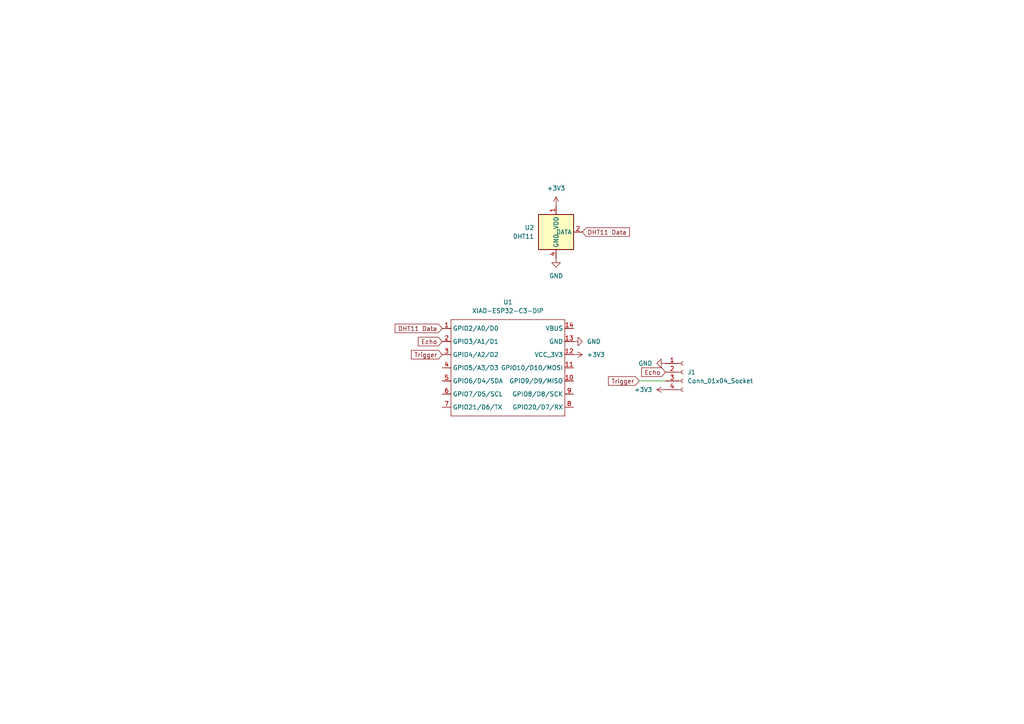
<source format=kicad_sch>
(kicad_sch (version 20250114) (generator "eeschema") (generator_version "9.0")
  (paper "A4")
  (lib_symbols
    (symbol "Connector:Conn_01x04_Socket" (pin_names (offset 1.016) (hide yes))
      (property "Reference" "J" (at 0 5.08 0))
      (property "Value" "Conn_01x04_Socket" (at 0 -7.62 0))
      (symbol "Conn_01x04_Socket_1_1"
        (polyline (pts (xy -1.27 2.54) (xy -0.508 2.54)) (stroke (width 0.1524)))
        (polyline (pts (xy -1.27 0) (xy -0.508 0)) (stroke (width 0.1524)))
        (polyline (pts (xy -1.27 -2.54) (xy -0.508 -2.54)) (stroke (width 0.1524)))
        (polyline (pts (xy -1.27 -5.08) (xy -0.508 -5.08)) (stroke (width 0.1524)))
        (arc (start 0 2.032) (mid -0.5058 2.54) (end 0 3.048) (stroke (width 0.1524)))
        (arc (start 0 -0.508) (mid -0.5058 0) (end 0 0.508) (stroke (width 0.1524)))
        (arc (start 0 -3.048) (mid -0.5058 -2.54) (end 0 -2.032) (stroke (width 0.1524)))
        (arc (start 0 -5.588) (mid -0.5058 -5.08) (end 0 -4.572) (stroke (width 0.1524)))
        (pin passive line (at -5.08 2.54 0) (length 3.81) (name "Pin_1") (number "1"))
        (pin passive line (at -5.08 0 0) (length 3.81) (name "Pin_2") (number "2"))
        (pin passive line (at -5.08 -2.54 0) (length 3.81) (name "Pin_3") (number "3"))
        (pin passive line (at -5.08 -5.08 0) (length 3.81) (name "Pin_4") (number "4"))
      )
    )
    (symbol "Sensor:DHT11"
      (property "Reference" "U" (at -3.81 6.35 0))
      (property "Value" "DHT11" (at 3.81 6.35 0))
      (symbol "DHT11_0_1"
        (rectangle (start -5.08 5.08) (end 5.08 -5.08) (stroke (width 0.254)) (fill (type background)))
      )
      (symbol "DHT11_1_1"
        (pin no_connect line (at -5.08 0 0) (length 2.54) (hide yes) (name "NC") (number "3"))
        (pin power_in line (at 0 7.62 270) (length 2.54) (name "VDD") (number "1"))
        (pin power_in line (at 0 -7.62 90) (length 2.54) (name "GND") (number "4"))
        (pin bidirectional line (at 7.62 0 180) (length 2.54) (name "DATA") (number "2"))
      )
    )
    (symbol "XIAO:XIAO-ESP32-C3-DIP"
      (property "Reference" "U" (at 1.016 2.794 0))
      (property "Value" "XIAO-ESP32-C3-DIP" (at 7.62 1.016 0))
      (symbol "XIAO-ESP32-C3-DIP_1_0"
        (polyline (pts (xy 0 0) (xy 33.02 0)) (stroke (width 0.1524)))
        (polyline (pts (xy 0 -2.54) (xy -1.27 -2.54)) (stroke (width 0.1524)))
        (polyline (pts (xy 0 -2.54) (xy 0 0)) (stroke (width 0.1524)))
        (polyline (pts (xy 0 -6.35) (xy -1.27 -6.35)) (stroke (width 0.1524)))
        (polyline (pts (xy 0 -6.35) (xy 0 -2.54)) (stroke (width 0.1524)))
        (polyline (pts (xy 0 -10.16) (xy -1.27 -10.16)) (stroke (width 0.1524)))
        (polyline (pts (xy 0 -10.16) (xy 0 -6.35)) (stroke (width 0.1524)))
        (polyline (pts (xy 0 -13.97) (xy -1.27 -13.97)) (stroke (width 0.1524)))
        (polyline (pts (xy 0 -13.97) (xy 0 -10.16)) (stroke (width 0.1524)))
        (polyline (pts (xy 0 -17.78) (xy -1.27 -17.78)) (stroke (width 0.1524)))
        (polyline (pts (xy 0 -21.59) (xy -1.27 -21.59)) (stroke (width 0.1524)))
        (polyline (pts (xy 0 -25.4) (xy -1.27 -25.4)) (stroke (width 0.1524)))
        (polyline (pts (xy 0 -27.94) (xy 0 -13.97)) (stroke (width 0.1524)))
        (polyline (pts (xy 33.02 0) (xy 33.02 -2.54)) (stroke (width 0.1524)))
        (polyline (pts (xy 33.02 -2.54) (xy 33.02 -6.35)) (stroke (width 0.1524)))
        (polyline (pts (xy 33.02 -6.35) (xy 33.02 -10.16)) (stroke (width 0.1524)))
        (polyline (pts (xy 33.02 -10.16) (xy 33.02 -27.94)) (stroke (width 0.1524)))
        (polyline (pts (xy 33.02 -27.94) (xy 0 -27.94)) (stroke (width 0.1524)))
        (polyline (pts (xy 34.29 -2.54) (xy 33.02 -2.54)) (stroke (width 0.1524)))
        (polyline (pts (xy 34.29 -6.35) (xy 33.02 -6.35)) (stroke (width 0.1524)))
        (polyline (pts (xy 34.29 -10.16) (xy 33.02 -10.16)) (stroke (width 0.1524)))
        (polyline (pts (xy 34.29 -13.97) (xy 33.02 -13.97)) (stroke (width 0.1524)))
        (polyline (pts (xy 34.29 -17.78) (xy 33.02 -17.78)) (stroke (width 0.1524)))
        (polyline (pts (xy 34.29 -21.59) (xy 33.02 -21.59)) (stroke (width 0.1524)))
        (polyline (pts (xy 34.29 -25.4) (xy 33.02 -25.4)) (stroke (width 0.1524)))
        (pin passive line (at -2.54 -2.54 0) (length 2.54) (name "GPIO2/A0/D0") (number "1"))
        (pin passive line (at -2.54 -6.35 0) (length 2.54) (name "GPIO3/A1/D1") (number "2"))
        (pin passive line (at -2.54 -10.16 0) (length 2.54) (name "GPIO4/A2/D2") (number "3"))
        (pin passive line (at -2.54 -13.97 0) (length 2.54) (name "GPIO5/A3/D3") (number "4"))
        (pin passive line (at -2.54 -17.78 0) (length 2.54) (name "GPIO6/D4/SDA") (number "5"))
        (pin passive line (at -2.54 -21.59 0) (length 2.54) (name "GPIO7/D5/SCL") (number "6"))
        (pin passive line (at -2.54 -25.4 0) (length 2.54) (name "GPIO21/D6/TX") (number "7"))
        (pin passive line (at 35.56 -2.54 180) (length 2.54) (name "VBUS") (number "14"))
        (pin passive line (at 35.56 -6.35 180) (length 2.54) (name "GND") (number "13"))
        (pin passive line (at 35.56 -10.16 180) (length 2.54) (name "VCC_3V3") (number "12"))
        (pin passive line (at 35.56 -13.97 180) (length 2.54) (name "GPIO10/D10/MOSI") (number "11"))
        (pin passive line (at 35.56 -17.78 180) (length 2.54) (name "GPIO9/D9/MISO") (number "10"))
        (pin passive line (at 35.56 -21.59 180) (length 2.54) (name "GPIO8/D8/SCK") (number "9"))
        (pin passive line (at 35.56 -25.4 180) (length 2.54) (name "GPIO20/D7/RX") (number "8"))
      )
    )
    (symbol "power:+3V3" (power) (pin_numbers (hide yes)) (pin_names (offset 0) (hide yes))
      (property "Value" "+3V3" (at 0 3.556 0))
      (symbol "+3V3_0_1"
        (polyline (pts (xy -0.762 1.27) (xy 0 2.54)))
        (polyline (pts (xy 0 2.54) (xy 0.762 1.27)))
        (polyline (pts (xy 0 0) (xy 0 2.54)))
      )
      (symbol "+3V3_1_1"
        (pin power_in line (at 0 0 90) (length 0) (name "~") (number "1"))
      )
    )
    (symbol "power:GND" (power) (pin_numbers (hide yes)) (pin_names (offset 0) (hide yes))
      (property "Value" "GND" (at 0 -3.81 0))
      (symbol "GND_0_1"
        (polyline (pts (xy 0 0) (xy 0 -1.27) (xy 1.27 -1.27) (xy 0 -2.54) (xy -1.27 -1.27) (xy 0 -1.27)))
      )
      (symbol "GND_1_1"
        (pin power_in line (at 0 0 270) (length 0) (name "~") (number "1"))
      )
    )
  )
  (wire (pts (xy 185.42 110.49) (xy 193.04 110.49)))
  (global_label "DHT11 Data" (shape input) (at 168.91 67.31 0) (property "Intersheetrefs" "${INTERSHEET_REFS}" (effects (hide yes))))
  (global_label "Trigger" (shape input) (at 128.27 102.87 180) (property "Intersheetrefs" "${INTERSHEET_REFS}" (effects (hide yes))))
  (global_label "DHT11 Data" (shape input) (at 128.27 95.25 180) (property "Intersheetrefs" "${INTERSHEET_REFS}" (effects (hide yes))))
  (global_label "Echo" (shape input) (at 128.27 99.06 180) (property "Intersheetrefs" "${INTERSHEET_REFS}" (effects (hide yes))))
  (global_label "Trigger" (shape input) (at 185.42 110.49 180) (property "Intersheetrefs" "${INTERSHEET_REFS}" (effects (hide yes))))
  (global_label "Echo" (shape input) (at 193.04 107.95 180) (property "Intersheetrefs" "${INTERSHEET_REFS}" (effects (hide yes))))
  (symbol (lib_id "XIAO:XIAO-ESP32-C3-DIP") (at 130.81 92.71 0) (unit 1)
    (property "Reference" "U1" (at 147.32 87.63 0))
    (property "Value" "XIAO-ESP32-C3-DIP" (at 147.32 90.17 0))
    (property "Footprint" "RF_Module:MCU_Seeed_ESP32C3" (effects (hide yes)))
  )
  (symbol (lib_id "power:+3V3") (at 161.29 59.69 0) (unit 1)
    (property "Reference" "#PWR04" (effects (hide yes)))
    (property "Value" "+3V3" (at 161.29 54.61 0))
    (property "Description" "Power symbol creates a global label with name \"+3V3\"" (effects (hide yes)))
  )
  (symbol (lib_id "power:GND") (at 161.29 74.93 0) (unit 1)
    (property "Reference" "#PWR03" (effects (hide yes)))
    (property "Value" "GND" (at 161.29 80.01 0))
    (property "Description" "Power symbol creates a global label with name \"GND\" , ground" (effects (hide yes)))
  )
  (symbol (lib_id "Sensor:DHT11") (at 161.29 67.31 0) (unit 1)
    (property "Reference" "U2" (at 154.94 66.0399 0) (effects (justify right)))
    (property "Value" "DHT11" (at 154.94 68.5799 0) (effects (justify right)))
    (property "Footprint" "Sensor:Aosong_DHT11_5.5x12.0_P2.54mm" (effects (hide yes)))
    (property "Datasheet" "http://akizukidenshi.com/download/ds/aosong/DHT11.pdf" (effects (hide yes)))
    (property "Description" "3.3V to 5.5V, temperature and humidity module, DHT11" (effects (hide yes)))
  )
  (symbol (lib_id "power:+3V3") (at 166.37 102.87 270) (unit 1)
    (property "Reference" "#PWR02" (effects (hide yes)))
    (property "Value" "+3V3" (at 170.18 102.8699 90) (effects (justify left)))
    (property "Description" "Power symbol creates a global label with name \"+3V3\"" (effects (hide yes)))
  )
  (symbol (lib_id "power:GND") (at 193.04 105.41 270) (unit 1)
    (property "Reference" "#PWR05" (effects (hide yes)))
    (property "Value" "GND" (at 189.23 105.4099 90) (effects (justify right)))
    (property "Description" "Power symbol creates a global label with name \"GND\" , ground" (effects (hide yes)))
  )
  (symbol (lib_id "power:GND") (at 166.37 99.06 90) (unit 1)
    (property "Reference" "#PWR01" (effects (hide yes)))
    (property "Value" "GND" (at 170.18 99.0599 90) (effects (justify right)))
    (property "Description" "Power symbol creates a global label with name \"GND\" , ground" (effects (hide yes)))
  )
  (symbol (lib_id "Connector:Conn_01x04_Socket") (at 198.12 107.95 0) (unit 1)
    (property "Reference" "J1" (at 199.39 107.9499 0) (effects (justify left)))
    (property "Value" "Conn_01x04_Socket" (at 199.39 110.4899 0) (effects (justify left)))
    (property "Footprint" "Connector_PinSocket_2.54mm:PinSocket_1x04_P2.54mm_Vertical" (effects (hide yes)))
    (property "Description" "Generic connector, single row, 01x04, script generated" (effects (hide yes)))
  )
  (symbol (lib_id "power:+3V3") (at 193.04 113.03 90) (unit 1)
    (property "Reference" "#PWR06" (effects (hide yes)))
    (property "Value" "+3V3" (at 189.23 113.0299 90) (effects (justify left)))
    (property "Description" "Power symbol creates a global label with name \"+3V3\"" (effects (hide yes)))
  )
)
</source>
